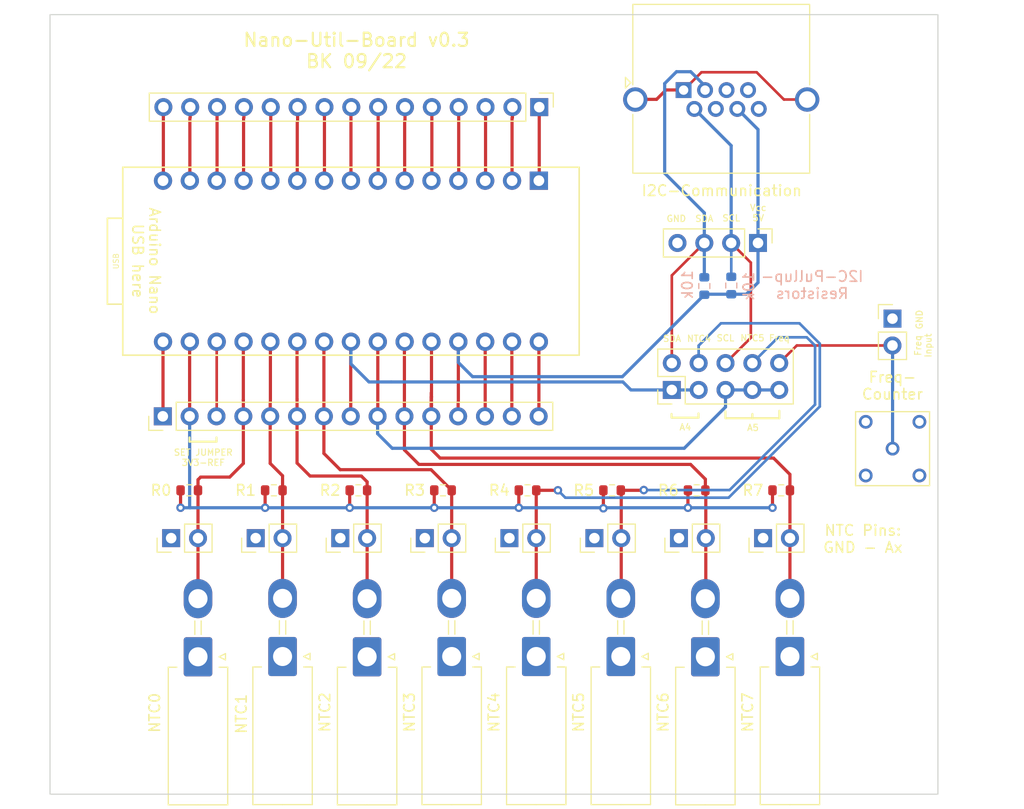
<source format=kicad_pcb>
(kicad_pcb (version 20211014) (generator pcbnew)
  (layers (0 "F.Cu" signal) (31 "B.Cu" signal) (34 "B.Paste" user) (35 "F.Paste" user) (36 "B.SilkS" user "B.Silkscreen") (37 "F.SilkS" user "F.Silkscreen") (38 "B.Mask" user) (39 "F.Mask" user) (44 "Edge.Cuts" user))
  (net 0 "")
  (net 1 "D13")
  (net 2 "3V3_Ard")
  (net 3 "AREF")
  (net 4 "A0")
  (net 5 "A1")
  (net 6 "A2")
  (net 7 "A3")
  (net 8 "A5")
  (net 9 "A6")
  (net 10 "A7")
  (net 11 "5V_Ard")
  (net 12 "TX1")
  (net 13 "RX0")
  (net 14 "RST1")
  (net 15 "D2")
  (net 16 "D3")
  (net 17 "D4")
  (net 18 "D5")
  (net 19 "D6")
  (net 20 "D7")
  (net 21 "D8")
  (net 22 "D9")
  (net 23 "D10")
  (net 24 "D11")
  (net 25 "D12")
  (net 26 "A4")
  (net 27 "RST2")
  (net 28 "Vin_Ard")
  (net 29 "SCL")
  (net 30 "SDA")
  (net 31 "N4")
  (net 32 "N5")
  (net 33 "GND")
  (net 34 "Freq")
  (footprint "MountingHole:MountingHole_4.3mm_M4" (layer "F.Cu") (at 94.75 110)
    (fp_text reference "REF**" hide)
    (fp_text value "MountingHole_4.3mm_M4")
    (pad "" np_thru_hole circle (at 0 0) (size 4.3 4.3) (drill 4.3) (layers *.Cu *.Mask))
  )
  (footprint "Resistor_SMD:R_0603_1608Metric" (layer "F.Cu") (at 135.175 86 180)
    (fp_text reference "R4" (at 2.675 0) (layer "F.SilkS"))
    (fp_text value "10k")
    (pad "1" smd roundrect (at -0.825 0 180) (size 0.8 0.95) (layers "F.Cu" "F.Paste" "F.Mask") (net 31 "N4"))
    (pad "2" smd roundrect (at 0.825 0 180) (size 0.8 0.95) (layers "F.Cu" "F.Paste" "F.Mask") (net 2 "3V3_Ard"))
  )
  (footprint "Resistor_SMD:R_0603_1608Metric" (layer "F.Cu") (at 119.175 86 180)
    (fp_text reference "R2" (at 2.675 0) (layer "F.SilkS"))
    (fp_text value "10k")
    (pad "1" smd roundrect (at -0.825 0 180) (size 0.8 0.95) (layers "F.Cu" "F.Paste" "F.Mask") (net 6 "A2"))
    (pad "2" smd roundrect (at 0.825 0 180) (size 0.8 0.95) (layers "F.Cu" "F.Paste" "F.Mask") (net 2 "3V3_Ard"))
  )
  (footprint "Resistor_SMD:R_0603_1608Metric" (layer "F.Cu") (at 103.175 86 180)
    (fp_text reference "R0" (at 2.675 0) (layer "F.SilkS"))
    (fp_text value "10k")
    (pad "1" smd roundrect (at -0.825 0 180) (size 0.8 0.95) (layers "F.Cu" "F.Paste" "F.Mask") (net 4 "A0"))
    (pad "2" smd roundrect (at 0.825 0 180) (size 0.8 0.95) (layers "F.Cu" "F.Paste" "F.Mask") (net 2 "3V3_Ard"))
  )
  (footprint "Resistor_SMD:R_0603_1608Metric" (layer "F.Cu") (at 127.175 86 180)
    (fp_text reference "R3" (at 2.675 0) (layer "F.SilkS"))
    (fp_text value "10k")
    (pad "1" smd roundrect (at -0.825 0 180) (size 0.8 0.95) (layers "F.Cu" "F.Paste" "F.Mask") (net 7 "A3"))
    (pad "2" smd roundrect (at 0.825 0 180) (size 0.8 0.95) (layers "F.Cu" "F.Paste" "F.Mask") (net 2 "3V3_Ard"))
  )
  (footprint "Connector_PinHeader_2.54mm:PinHeader_1x02_P2.54mm_Vertical" (layer "F.Cu") (at 149.5 90.525 90)
    (fp_text reference "NTC6-Pin0" hide)
    (fp_text value "Pin-Header 01x02")
    (pad "1" thru_hole rect (at 0 0 90) (size 1.7 1.7) (drill 1) (layers *.Cu *.Mask) (net 33 "GND"))
    (pad "2" thru_hole oval (at 0 2.54 90) (size 1.7 1.7) (drill 1) (layers *.Cu *.Mask) (net 9 "A6"))
  )
  (footprint "Connector_RJ:RJ45_Amphenol_RJHSE5380" (layer "F.Cu") (at 149.94 48.14)
    (fp_text reference "J0" hide)
    (fp_text value "8P8C_Shielded")
    (pad "" np_thru_hole circle (at -2.79 -2.54) (size 3.25 3.25) (drill 3.25) (layers *.Cu *.Mask))
    (pad "" np_thru_hole circle (at 9.91 -2.54) (size 3.25 3.25) (drill 3.25) (layers *.Cu *.Mask))
    (pad "1" thru_hole rect (at 0 0) (size 1.5 1.5) (drill 0.89) (layers *.Cu *.Mask) (net 33 "GND"))
    (pad "2" thru_hole circle (at 1.016 1.78) (size 1.5 1.5) (drill 0.89) (layers *.Cu *.Mask) (net 29 "SCL"))
    (pad "3" thru_hole circle (at 2.032 0) (size 1.5 1.5) (drill 0.89) (layers *.Cu *.Mask) (net 30 "SDA"))
    (pad "4" thru_hole circle (at 3.048 1.78) (size 1.5 1.5) (drill 0.89) (layers *.Cu *.Mask))
    (pad "5" thru_hole circle (at 4.064 0) (size 1.5 1.5) (drill 0.89) (layers *.Cu *.Mask))
    (pad "6" thru_hole circle (at 5.08 1.78) (size 1.5 1.5) (drill 0.89) (layers *.Cu *.Mask) (net 11 "5V_Ard"))
    (pad "7" thru_hole circle (at 6.096 0) (size 1.5 1.5) (drill 0.89) (layers *.Cu *.Mask))
    (pad "8" thru_hole circle (at 7.112 1.78) (size 1.5 1.5) (drill 0.89) (layers *.Cu *.Mask))
    (pad "SH" thru_hole circle (at -4.57 0.89) (size 2.3 2.3) (drill 1.57) (layers *.Cu *.Mask) (net 33 "GND"))
    (pad "SH" thru_hole circle (at 11.69 0.89) (size 2.3 2.3) (drill 1.57) (layers *.Cu *.Mask) (net 33 "GND"))
  )
  (footprint "Connector_PinHeader_2.54mm:PinHeader_1x04_P2.54mm_Vertical" (layer "F.Cu") (at 156.98 62.6 -90)
    (fp_text reference "I2C-Pins0" hide)
    (fp_text value "Conn_01x04_Male")
    (pad "1" thru_hole rect (at 0 0 270) (size 1.7 1.7) (drill 1) (layers *.Cu *.Mask) (net 11 "5V_Ard"))
    (pad "2" thru_hole oval (at 0 2.54 270) (size 1.7 1.7) (drill 1) (layers *.Cu *.Mask) (net 29 "SCL"))
    (pad "3" thru_hole oval (at 0 5.08 270) (size 1.7 1.7) (drill 1) (layers *.Cu *.Mask) (net 30 "SDA"))
    (pad "4" thru_hole oval (at 0 7.62 270) (size 1.7 1.7) (drill 1) (layers *.Cu *.Mask) (net 33 "GND"))
  )
  (footprint "Resistor_SMD:R_0603_1608Metric" (layer "F.Cu") (at 111.175 86 180)
    (fp_text reference "R1" (at 2.675 0) (layer "F.SilkS"))
    (fp_text value "10k")
    (pad "1" smd roundrect (at -0.825 0 180) (size 0.8 0.95) (layers "F.Cu" "F.Paste" "F.Mask") (net 5 "A1"))
    (pad "2" smd roundrect (at 0.825 0 180) (size 0.8 0.95) (layers "F.Cu" "F.Paste" "F.Mask") (net 2 "3V3_Ard"))
  )
  (footprint "Connector_PinHeader_2.54mm:PinHeader_1x02_P2.54mm_Vertical" (layer "F.Cu") (at 169.7 69.76)
    (fp_text reference "Freq_Pins0" hide)
    (fp_text value "Conn_01x02")
    (pad "1" thru_hole rect (at 0 0) (size 1.7 1.7) (drill 1) (layers *.Cu *.Mask) (net 33 "GND"))
    (pad "2" thru_hole oval (at 0 2.54) (size 1.7 1.7) (drill 1) (layers *.Cu *.Mask) (net 34 "Freq"))
  )
  (footprint "Connector_PinHeader_2.54mm:PinHeader_1x15_P2.54mm_Vertical" (layer "F.Cu") (at 136.283 49.75 -90)
    (fp_text reference "ArdTopPins0" hide)
    (fp_text value "Conn_01x15_Male")
    (pad "1" thru_hole rect (at 0 0 270) (size 1.7 1.7) (drill 1) (layers *.Cu *.Mask) (net 13 "RX0"))
    (pad "2" thru_hole oval (at 0 2.54 270) (size 1.7 1.7) (drill 1) (layers *.Cu *.Mask) (net 12 "TX1"))
    (pad "3" thru_hole oval (at 0 5.08 270) (size 1.7 1.7) (drill 1) (layers *.Cu *.Mask) (net 14 "RST1"))
    (pad "4" thru_hole oval (at 0 7.62 270) (size 1.7 1.7) (drill 1) (layers *.Cu *.Mask) (net 33 "GND"))
    (pad "5" thru_hole oval (at 0 10.16 270) (size 1.7 1.7) (drill 1) (layers *.Cu *.Mask) (net 15 "D2"))
    (pad "6" thru_hole oval (at 0 12.7 270) (size 1.7 1.7) (drill 1) (layers *.Cu *.Mask) (net 16 "D3"))
    (pad "7" thru_hole oval (at 0 15.24 270) (size 1.7 1.7) (drill 1) (layers *.Cu *.Mask) (net 17 "D4"))
    (pad "8" thru_hole oval (at 0 17.78 270) (size 1.7 1.7) (drill 1) (layers *.Cu *.Mask) (net 18 "D5"))
    (pad "9" thru_hole oval (at 0 20.32 270) (size 1.7 1.7) (drill 1) (layers *.Cu *.Mask) (net 19 "D6"))
    (pad "10" thru_hole oval (at 0 22.86 270) (size 1.7 1.7) (drill 1) (layers *.Cu *.Mask) (net 20 "D7"))
    (pad "11" thru_hole oval (at 0 25.4 270) (size 1.7 1.7) (drill 1) (layers *.Cu *.Mask) (net 21 "D8"))
    (pad "12" thru_hole oval (at 0 27.94 270) (size 1.7 1.7) (drill 1) (layers *.Cu *.Mask) (net 22 "D9"))
    (pad "13" thru_hole oval (at 0 30.48 270) (size 1.7 1.7) (drill 1) (layers *.Cu *.Mask) (net 23 "D10"))
    (pad "14" thru_hole oval (at 0 33.02 270) (size 1.7 1.7) (drill 1) (layers *.Cu *.Mask) (net 24 "D11"))
    (pad "15" thru_hole oval (at 0 35.56 270) (size 1.7 1.7) (drill 1) (layers *.Cu *.Mask) (net 25 "D12"))
  )
  (footprint "Connector_Molex:Molex_Mini-Fit_Jr_5569-02A2_2x01_P4.20mm_Horizontal" (layer "F.Cu") (at 144 101.725 180)
    (fp_text reference "NTC5" (at 4 -5.275 90) (layer "F.SilkS"))
    (fp_text value "Molex01x02")
    (pad "" np_thru_hole circle (at 0 -7.3 180) (size 3 3) (drill 3) (layers *.Cu *.Mask))
    (pad "1" thru_hole roundrect (at 0 0 180) (size 2.7 3.7) (drill 1.8) (layers *.Cu *.Mask) (roundrect_rratio 0.09259296296) (net 33 "GND"))
    (pad "2" thru_hole oval (at 0 5.5 180) (size 2.7 3.7) (drill 1.8) (layers *.Cu *.Mask) (net 32 "N5"))
  )
  (footprint "Resistor_SMD:R_0603_1608Metric" (layer "F.Cu") (at 151.175 86 180)
    (fp_text reference "R6" (at 2.675 0) (layer "F.SilkS"))
    (fp_text value "10k")
    (pad "1" smd roundrect (at -0.825 0 180) (size 0.8 0.95) (layers "F.Cu" "F.Paste" "F.Mask") (net 9 "A6"))
    (pad "2" smd roundrect (at 0.825 0 180) (size 0.8 0.95) (layers "F.Cu" "F.Paste" "F.Mask") (net 2 "3V3_Ard"))
  )
  (footprint "OwnFootprints:EPL.00.250.NTN" (layer "F.Cu") (at 169.71 82.06)
    (fp_text reference "J2" hide)
    (fp_text value "LEMO2")
    (pad "1" thru_hole circle locked (at 0 0) (size 1.3 1.3) (drill 0.8) (layers *.Cu *.Mask) (net 34 "Freq"))
    (pad "GND" thru_hole circle locked (at 2.54 -2.54) (size 1.3 1.3) (drill 0.8) (layers *.Cu *.Mask))
    (pad "S1" thru_hole circle locked (at -2.54 -2.54) (size 1.3 1.3) (drill 0.8) (layers *.Cu *.Mask) (net 33 "GND"))
    (pad "S2" thru_hole circle locked (at -2.54 2.54) (size 1.3 1.3) (drill 0.8) (layers *.Cu *.Mask) (net 33 "GND"))
    (pad "S3" thru_hole circle locked (at 2.54 2.54) (size 1.3 1.3) (drill 0.8) (layers *.Cu *.Mask) (net 33 "GND"))
  )
  (footprint "Connector_PinHeader_2.54mm:PinHeader_1x02_P2.54mm_Vertical" (layer "F.Cu") (at 157.46 90.525 90)
    (fp_text reference "NTC7-Pin0" hide)
    (fp_text value "Pin-Header 01x02")
    (pad "1" thru_hole rect (at 0 0 90) (size 1.7 1.7) (drill 1) (layers *.Cu *.Mask) (net 33 "GND"))
    (pad "2" thru_hole oval (at 0 2.54 90) (size 1.7 1.7) (drill 1) (layers *.Cu *.Mask) (net 10 "A7"))
  )
  (footprint "Shields:Arduino_Nano_Socket" (layer "F.Cu") (at 96.88 64.328 -90)
    (fp_text reference "XA0" hide)
    (fp_text value "Arduino_Nano_Socket")
    (fp_text user "USB" (at 0 0.635 90) (layer "F.SilkS") (effects (font (size 0.5 0.5) (thickness 0.075))))
    (pad "" np_thru_hole circle locked (at -7.62 -1.27 270) (size 1.85 1.85) (drill 1.85) (layers *.Cu *.Mask))
    (pad "" np_thru_hole circle locked (at -7.62 -41.91 270) (size 1.85 1.85) (drill 1.85) (layers *.Cu *.Mask))
    (pad "" np_thru_hole circle locked (at 7.62 -41.91 270) (size 1.85 1.85) (drill 1.85) (layers *.Cu *.Mask))
    (pad "" np_thru_hole circle locked (at 7.62 -1.27 270) (size 1.85 1.85) (drill 1.85) (layers *.Cu *.Mask))
    (pad "3V3" thru_hole circle locked (at 7.62 -6.35 270) (size 1.7272 1.7272) (drill 1.016) (layers *.Cu *.Mask) (net 2 "3V3_Ard"))
    (pad "5V" thru_hole circle locked (at 7.62 -31.75 270) (size 1.7272 1.7272) (drill 1.016) (layers *.Cu *.Mask) (net 11 "5V_Ard"))
    (pad "A0" thru_hole circle locked (at 7.62 -11.43 270) (size 1.7272 1.7272) (drill 1.016) (layers *.Cu *.Mask) (net 4 "A0"))
    (pad "A1" thru_hole circle locked (at 7.62 -13.97 270) (size 1.7272 1.7272) (drill 1.016) (layers *.Cu *.Mask) (net 5 "A1"))
    (pad "A2" thru_hole circle locked (at 7.62 -16.51 270) (size 1.7272 1.7272) (drill 1.016) (layers *.Cu *.Mask) (net 6 "A2"))
    (pad "A3" thru_hole circle locked (at 7.62 -19.05 270) (size 1.7272 1.7272) (drill 1.016) (layers *.Cu *.Mask) (net 7 "A3"))
    (pad "A4" thru_hole circle locked (at 7.62 -21.59 270) (size 1.7272 1.7272) (drill 1.016) (layers *.Cu *.Mask) (net 26 "A4"))
    (pad "A5" thru_hole circle locked (at 7.62 -24.13 270) (size 1.7272 1.7272) (drill 1.016) (layers *.Cu *.Mask) (net 8 "A5"))
    (pad "A6" thru_hole circle locked (at 7.62 -26.67 270) (size 1.7272 1.7272) (drill 1.016) (layers *.Cu *.Mask) (net 9 "A6"))
    (pad "A7" thru_hole circle locked (at 7.62 -29.21 270) (size 1.7272 1.7272) (drill 1.016) (layers *.Cu *.Mask) (net 10 "A7"))
    (pad "AREF" thru_hole circle locked (at 7.62 -8.89 270) (size 1.7272 1.7272) (drill 1.016) (layers *.Cu *.Mask) (net 3 "AREF"))
    (pad "D0" thru_hole circle locked (at -7.62 -36.83 270) (size 1.7272 1.7272) (drill 1.016) (layers *.Cu *.Mask) (net 12 "TX1"))
    (pad "D1" thru_hole rect locked (at -7.62 -39.37 270) (size 1.7272 1.7272) (drill 1.016) (layers *.Cu *.Mask) (net 13 "RX0"))
    (pad "D2" thru_hole circle locked (at -7.62 -29.21 270) (size 1.7272 1.7272) (drill 1.016) (layers *.Cu *.Mask) (net 15 "D2"))
    (pad "D3" thru_hole circle locked (at -7.62 -26.67 270) (size 1.7272 1.7272) (drill 1.016) (layers *.Cu *.Mask) (net 16 "D3"))
    (pad "D4" thru_hole circle locked (at -7.62 -24.13 270) (size 1.7272 1.7272) (drill 1.016) (layers *.Cu *.Mask) (net 17 "D4"))
    (pad "D5" thru_hole circle locked (at -7.62 -21.59 270) (size 1.7272 1.7272) (drill 1.016) (layers *.Cu *.Mask) (net 18 "D5"))
    (pad "D6" thru_hole circle locked (at -7.62 -19.05 270) (size 1.7272 1.7272) (drill 1.016) (layers *.Cu *.Mask) (net 19 "D6"))
    (pad "D7" thru_hole circle locked (at -7.62 -16.51 270) (size 1.7272 1.7272) (drill 1.016) (layers *.Cu *.Mask) (net 20 "D7"))
    (pad "D8" thru_hole circle locked (at -7.62 -13.97 270) (size 1.7272 1.7272) (drill 1.016) (layers *.Cu *.Mask) (net 21 "D8"))
    (pad "D9" thru_hole circle locked (at -7.62 -11.43 270) (size 1.7272 1.7272) (drill 1.016) (layers *.Cu *.Mask) (net 22 "D9"))
    (pad "D10" thru_hole circle locked (at -7.62 -8.89 270) (size 1.7272 1.7272) (drill 1.016) (layers *.Cu *.Mask) (net 23 "D10"))
    (pad "D11" thru_hole circle locked (at -7.62 -6.35 270) (size 1.7272 1.7272) (drill 1.016) (layers *.Cu *.Mask) (net 24 "D11"))
    (pad "D12" thru_hole circle locked (at -7.62 -3.81 270) (size 1.7272 1.7272) (drill 1.016) (layers *.Cu *.Mask) (net 25 "D12"))
    (pad "D13" thru_hole circle locked (at 7.62 -3.81 270) (size 1.7272 1.7272) (drill 1.016) (layers *.Cu *.Mask) (net 1 "D13"))
    (pad "GND1" thru_hole circle locked (at -7.62 -31.75 270) (size 1.7272 1.7272) (drill 1.016) (layers *.Cu *.Mask) (net 33 "GND"))
    (pad "GND2" thru_hole circle locked (at 7.62 -36.83 270) (size 1.7272 1.7272) (drill 1.016) (layers *.Cu *.Mask) (net 33 "GND"))
    (pad "RST1" thru_hole circle locked (at -7.62 -34.29 270) (size 1.7272 1.7272) (drill 1.016) (layers *.Cu *.Mask) (net 14 "RST1"))
    (pad "RST2" thru_hole circle locked (at 7.62 -34.29 270) (size 1.7272 1.7272) (drill 1.016) (layers *.Cu *.Mask) (net 27 "RST2"))
    (pad "VIN" thru_hole circle locked (at 7.62 -39.37 270) (size 1.7272 1.7272) (drill 1.016) (layers *.Cu *.Mask) (net 28 "Vin_Ard"))
  )
  (footprint "Connector_Molex:Molex_Mini-Fit_Jr_5569-02A2_2x01_P4.20mm_Horizontal" (layer "F.Cu") (at 104 101.75 180)
    (fp_text reference "NTC0" (at 4.1 -5.3 90) (layer "F.SilkS"))
    (fp_text value "Molex01x02")
    (pad "" np_thru_hole circle (at 0 -7.3 180) (size 3 3) (drill 3) (layers *.Cu *.Mask))
    (pad "1" thru_hole roundrect (at 0 0 180) (size 2.7 3.7) (drill 1.8) (layers *.Cu *.Mask) (roundrect_rratio 0.09259296296) (net 33 "GND"))
    (pad "2" thru_hole oval (at 0 5.5 180) (size 2.7 3.7) (drill 1.8) (layers *.Cu *.Mask) (net 4 "A0"))
  )
  (footprint "MountingHole:MountingHole_4.3mm_M4" (layer "F.Cu") (at 94.75 45.75)
    (fp_text reference "REF**" hide)
    (fp_text value "MountingHole_4.3mm_M4")
    (pad "" np_thru_hole circle (at 0 0) (size 4.3 4.3) (drill 4.3) (layers *.Cu *.Mask))
  )
  (footprint "Connector_PinHeader_2.54mm:PinHeader_1x02_P2.54mm_Vertical" (layer "F.Cu") (at 125.46 90.525 90)
    (fp_text reference "NTC3-Pin0" hide)
    (fp_text value "Pin-Header 01x02")
    (pad "1" thru_hole rect (at 0 0 90) (size 1.7 1.7) (drill 1) (layers *.Cu *.Mask) (net 33 "GND"))
    (pad "2" thru_hole oval (at 0 2.54 90) (size 1.7 1.7) (drill 1) (layers *.Cu *.Mask) (net 7 "A3"))
  )
  (footprint "Resistor_SMD:R_0603_1608Metric" (layer "F.Cu") (at 143.175 86 180)
    (fp_text reference "R5" (at 2.675 0) (layer "F.SilkS"))
    (fp_text value "10k")
    (pad "1" smd roundrect (at -0.825 0 180) (size 0.8 0.95) (layers "F.Cu" "F.Paste" "F.Mask") (net 32 "N5"))
    (pad "2" smd roundrect (at 0.825 0 180) (size 0.8 0.95) (layers "F.Cu" "F.Paste" "F.Mask") (net 2 "3V3_Ard"))
  )
  (footprint "Connector_PinHeader_2.54mm:PinHeader_2x05_P2.54mm_Vertical" (layer "F.Cu") (at 148.825 76.505 90)
    (fp_text reference "J1" hide)
    (fp_text value "Conn_02x05_Odd_Even")
    (pad "1" thru_hole rect (at 0 0 90) (size 1.7 1.7) (drill 1) (layers *.Cu *.Mask) (net 26 "A4"))
    (pad "2" thru_hole oval (at 2.54 0 90) (size 1.7 1.7) (drill 1) (layers *.Cu *.Mask) (net 30 "SDA"))
    (pad "3" thru_hole oval (at 0 2.54 90) (size 1.7 1.7) (drill 1) (layers *.Cu *.Mask) (net 26 "A4"))
    (pad "4" thru_hole oval (at 2.54 2.54 90) (size 1.7 1.7) (drill 1) (layers *.Cu *.Mask) (net 31 "N4"))
    (pad "5" thru_hole oval (at 0 5.08 90) (size 1.7 1.7) (drill 1) (layers *.Cu *.Mask) (net 8 "A5"))
    (pad "6" thru_hole oval (at 2.54 5.08 90) (size 1.7 1.7) (drill 1) (layers *.Cu *.Mask) (net 29 "SCL"))
    (pad "7" thru_hole oval (at 0 7.62 90) (size 1.7 1.7) (drill 1) (layers *.Cu *.Mask) (net 8 "A5"))
    (pad "8" thru_hole oval (at 2.54 7.62 90) (size 1.7 1.7) (drill 1) (layers *.Cu *.Mask) (net 32 "N5"))
    (pad "9" thru_hole oval (at 0 10.16 90) (size 1.7 1.7) (drill 1) (layers *.Cu *.Mask) (net 8 "A5"))
    (pad "10" thru_hole oval (at 2.54 10.16 90) (size 1.7 1.7) (drill 1) (layers *.Cu *.Mask) (net 34 "Freq"))
  )
  (footprint "Connector_Molex:Molex_Mini-Fit_Jr_5569-02A2_2x01_P4.20mm_Horizontal" (layer "F.Cu") (at 152 101.75 180)
    (fp_text reference "NTC6" (at 4 -5.25 90) (layer "F.SilkS"))
    (fp_text value "Molex01x02")
    (pad "" np_thru_hole circle (at 0 -7.3 180) (size 3 3) (drill 3) (layers *.Cu *.Mask))
    (pad "1" thru_hole roundrect (at 0 0 180) (size 2.7 3.7) (drill 1.8) (layers *.Cu *.Mask) (roundrect_rratio 0.09259296296) (net 33 "GND"))
    (pad "2" thru_hole oval (at 0 5.5 180) (size 2.7 3.7) (drill 1.8) (layers *.Cu *.Mask) (net 9 "A6"))
  )
  (footprint "MountingHole:MountingHole_4.3mm_M4" (layer "F.Cu") (at 169.25 45.75)
    (fp_text reference "REF**" hide)
    (fp_text value "MountingHole_4.3mm_M4")
    (pad "" np_thru_hole circle (at 0 0) (size 4.3 4.3) (drill 4.3) (layers *.Cu *.Mask))
  )
  (footprint "MountingHole:MountingHole_4.3mm_M4" (layer "F.Cu") (at 169.25 110)
    (fp_text reference "REF**" hide)
    (fp_text value "MountingHole_4.3mm_M4")
    (pad "" np_thru_hole circle (at 0 0) (size 4.3 4.3) (drill 4.3) (layers *.Cu *.Mask))
  )
  (footprint "Connector_Molex:Molex_Mini-Fit_Jr_5569-02A2_2x01_P4.20mm_Horizontal" (layer "F.Cu") (at 136 101.725 180)
    (fp_text reference "NTC4" (at 4 -5.275 90) (layer "F.SilkS"))
    (fp_text value "Molex01x02")
    (pad "" np_thru_hole circle (at 0 -7.3 180) (size 3 3) (drill 3) (layers *.Cu *.Mask))
    (pad "1" thru_hole roundrect (at 0 0 180) (size 2.7 3.7) (drill 1.8) (layers *.Cu *.Mask) (roundrect_rratio 0.09259296296) (net 33 "GND"))
    (pad "2" thru_hole oval (at 0 5.5 180) (size 2.7 3.7) (drill 1.8) (layers *.Cu *.Mask) (net 31 "N4"))
  )
  (footprint "Connector_Molex:Molex_Mini-Fit_Jr_5569-02A2_2x01_P4.20mm_Horizontal" (layer "F.Cu") (at 120 101.75 180)
    (fp_text reference "NTC2" (at 4 -5.25 90) (layer "F.SilkS"))
    (fp_text value "Molex01x02")
    (pad "" np_thru_hole circle (at 0 -7.3 180) (size 3 3) (drill 3) (layers *.Cu *.Mask))
    (pad "1" thru_hole roundrect (at 0 0 180) (size 2.7 3.7) (drill 1.8) (layers *.Cu *.Mask) (roundrect_rratio 0.09259296296) (net 33 "GND"))
    (pad "2" thru_hole oval (at 0 5.5 180) (size 2.7 3.7) (drill 1.8) (layers *.Cu *.Mask) (net 6 "A2"))
  )
  (footprint "Connector_Molex:Molex_Mini-Fit_Jr_5569-02A2_2x01_P4.20mm_Horizontal" (layer "F.Cu") (at 128 101.725 180)
    (fp_text reference "NTC3" (at 4 -5.275 90) (layer "F.SilkS"))
    (fp_text value "Molex01x02")
    (pad "" np_thru_hole circle (at 0 -7.3 180) (size 3 3) (drill 3) (layers *.Cu *.Mask))
    (pad "1" thru_hole roundrect (at 0 0 180) (size 2.7 3.7) (drill 1.8) (layers *.Cu *.Mask) (roundrect_rratio 0.09259296296) (net 33 "GND"))
    (pad "2" thru_hole oval (at 0 5.5 180) (size 2.7 3.7) (drill 1.8) (layers *.Cu *.Mask) (net 7 "A3"))
  )
  (footprint "Connector_Molex:Molex_Mini-Fit_Jr_5569-02A2_2x01_P4.20mm_Horizontal" (layer "F.Cu") (at 160 101.725 180)
    (fp_text reference "NTC7" (at 4 -5.275 90) (layer "F.SilkS"))
    (fp_text value "Molex01x02")
    (pad "" np_thru_hole circle (at 0 -7.3 180) (size 3 3) (drill 3) (layers *.Cu *.Mask))
    (pad "1" thru_hole roundrect (at 0 0 180) (size 2.7 3.7) (drill 1.8) (layers *.Cu *.Mask) (roundrect_rratio 0.09259296296) (net 33 "GND"))
    (pad "2" thru_hole oval (at 0 5.5 180) (size 2.7 3.7) (drill 1.8) (layers *.Cu *.Mask) (net 10 "A7"))
  )
  (footprint "Connector_Molex:Molex_Mini-Fit_Jr_5569-02A2_2x01_P4.20mm_Horizontal" (layer "F.Cu") (at 112 101.725 180)
    (fp_text reference "NTC1" (at 3.9 -5.425 90) (layer "F.SilkS"))
    (fp_text value "Molex01x02")
    (pad "" np_thru_hole circle (at 0 -7.3 180) (size 3 3) (drill 3) (layers *.Cu *.Mask))
    (pad "1" thru_hole roundrect (at 0 0 180) (size 2.7 3.7) (drill 1.8) (layers *.Cu *.Mask) (roundrect_rratio 0.09259296296) (net 33 "GND"))
    (pad "2" thru_hole oval (at 0 5.5 180) (size 2.7 3.7) (drill 1.8) (layers *.Cu *.Mask) (net 5 "A1"))
  )
  (footprint "Connector_PinHeader_2.54mm:PinHeader_1x02_P2.54mm_Vertical" (layer "F.Cu") (at 141.5 90.525 90)
    (fp_text reference "NTC5-Pin0" hide)
    (fp_text value "Pin-Header 01x02")
    (pad "1" thru_hole rect (at 0 0 90) (size 1.7 1.7) (drill 1) (layers *.Cu *.Mask) (net 33 "GND"))
    (pad "2" thru_hole oval (at 0 2.54 90) (size 1.7 1.7) (drill 1) (layers *.Cu *.Mask) (net 32 "N5"))
  )
  (footprint "Connector_PinHeader_2.54mm:PinHeader_1x02_P2.54mm_Vertical" (layer "F.Cu") (at 101.46 90.525 90)
    (fp_text reference "NTC0-Pin0" hide)
    (fp_text value "Pin-Header 01x02")
    (pad "1" thru_hole rect (at 0 0 90) (size 1.7 1.7) (drill 1) (layers *.Cu *.Mask) (net 33 "GND"))
    (pad "2" thru_hole oval (at 0 2.54 90) (size 1.7 1.7) (drill 1) (layers *.Cu *.Mask) (net 4 "A0"))
  )
  (footprint "Resistor_SMD:R_0603_1608Metric" (layer "F.Cu") (at 159.175 86 180)
    (fp_text reference "R7" (at 2.675 0) (layer "F.SilkS"))
    (fp_text value "10k")
    (pad "1" smd roundrect (at -0.825 0 180) (size 0.8 0.95) (layers "F.Cu" "F.Paste" "F.Mask") (net 10 "A7"))
    (pad "2" smd roundrect (at 0.825 0 180) (size 0.8 0.95) (layers "F.Cu" "F.Paste" "F.Mask") (net 2 "3V3_Ard"))
  )
  (footprint "Connector_PinHeader_2.54mm:PinHeader_1x02_P2.54mm_Vertical" (layer "F.Cu") (at 133.46 90.525 90)
    (fp_text reference "NTC4-Pin0" hide)
    (fp_text value "Pin-Header 01x02")
    (pad "1" thru_hole rect (at 0 0 90) (size 1.7 1.7) (drill 1) (layers *.Cu *.Mask) (net 33 "GND"))
    (pad "2" thru_hole oval (at 0 2.54 90) (size 1.7 1.7) (drill 1) (layers *.Cu *.Mask) (net 31 "N4"))
  )
  (footprint "Connector_PinHeader_2.54mm:PinHeader_1x02_P2.54mm_Vertical" (layer "F.Cu") (at 109.46 90.525 90)
    (fp_text reference "NTC1-Pin0" hide)
    (fp_text value "Pin-Header 01x02")
    (pad "1" thru_hole rect (at 0 0 90) (size 1.7 1.7) (drill 1) (layers *.Cu *.Mask) (net 33 "GND"))
    (pad "2" thru_hole oval (at 0 2.54 90) (size 1.7 1.7) (drill 1) (layers *.Cu *.Mask) (net 5 "A1"))
  )
  (footprint "Connector_PinHeader_2.54mm:PinHeader_1x15_P2.54mm_Vertical" (layer "F.Cu") (at 100.67 79 90)
    (fp_text reference "ArdNanoBotPins0" hide)
    (fp_text value "01x15_Male")
    (pad "1" thru_hole rect (at 0 0 90) (size 1.7 1.7) (drill 1) (layers *.Cu *.Mask) (net 1 "D13"))
    (pad "2" thru_hole oval (at 0 2.54 90) (size 1.7 1.7) (drill 1) (layers *.Cu *.Mask) (net 2 "3V3_Ard"))
    (pad "3" thru_hole oval (at 0 5.08 90) (size 1.7 1.7) (drill 1) (layers *.Cu *.Mask) (net 3 "AREF"))
    (pad "4" thru_hole oval (at 0 7.62 90) (size 1.7 1.7) (drill 1) (layers *.Cu *.Mask) (net 4 "A0"))
    (pad "5" thru_hole oval (at 0 10.16 90) (size 1.7 1.7) (drill 1) (layers *.Cu *.Mask) (net 5 "A1"))
    (pad "6" thru_hole oval (at 0 12.7 90) (size 1.7 1.7) (drill 1) (layers *.Cu *.Mask) (net 6 "A2"))
    (pad "7" thru_hole oval (at 0 15.24 90) (size 1.7 1.7) (drill 1) (layers *.Cu *.Mask) (net 7 "A3"))
    (pad "8" thru_hole oval (at 0 17.78 90) (size 1.7 1.7) (drill 1) (layers *.Cu *.Mask) (net 26 "A4"))
    (pad "9" thru_hole oval (at 0 20.32 90) (size 1.7 1.7) (drill 1) (layers *.Cu *.Mask) (net 8 "A5"))
    (pad "10" thru_hole oval (at 0 22.86 90) (size 1.7 1.7) (drill 1) (layers *.Cu *.Mask) (net 9 "A6"))
    (pad "11" thru_hole oval (at 0 25.4 90) (size 1.7 1.7) (drill 1) (layers *.Cu *.Mask) (net 10 "A7"))
    (pad "12" thru_hole oval (at 0 27.94 90) (size 1.7 1.7) (drill 1) (layers *.Cu *.Mask) (net 11 "5V_Ard"))
    (pad "13" thru_hole oval (at 0 30.48 90) (size 1.7 1.7) (drill 1) (layers *.Cu *.Mask) (net 27 "RST2"))
    (pad "14" thru_hole oval (at 0 33.02 90) (size 1.7 1.7) (drill 1) (layers *.Cu *.Mask) (net 33 "GND"))
    (pad "15" thru_hole oval (at 0 35.56 90) (size 1.7 1.7) (drill 1) (layers *.Cu *.Mask) (net 28 "Vin_Ard"))
  )
  (footprint "Connector_PinHeader_2.54mm:PinHeader_1x02_P2.54mm_Vertical" (layer "F.Cu") (at 117.46 90.525 90)
    (fp_text reference "NTC2-Pin0" hide)
    (fp_text value "Pin-Header 01x02")
    (pad "1" thru_hole rect (at 0 0 90) (size 1.7 1.7) (drill 1) (layers *.Cu *.Mask) (net 33 "GND"))
    (pad "2" thru_hole oval (at 0 2.54 90) (size 1.7 1.7) (drill 1) (layers *.Cu *.Mask) (net 6 "A2"))
  )
  (footprint "Resistor_SMD:R_0603_1608Metric" (layer "B.Cu") (at 151.9 66.675 90)
    (fp_text reference "R_Pullup0" hide)
    (fp_text value "10k" (at 0.125 -1.6 90) (layer "B.SilkS") (effects (justify mirror)))
    (pad "1" smd roundrect (at -0.825 0 90) (size 0.8 0.95) (layers "B.Cu" "B.Paste" "B.Mask") (net 11 "5V_Ard"))
    (pad "2" smd roundrect (at 0.825 0 90) (size 0.8 0.95) (layers "B.Cu" "B.Paste" "B.Mask") (net 30 "SDA"))
  )
  (footprint "Resistor_SMD:R_0603_1608Metric" (layer "B.Cu") (at 154.45 66.625 90)
    (fp_text reference "R_Pullup1" hide)
    (fp_text value "10k" (at -0.075 1.65 90) (layer "B.SilkS") (effects (justify mirror)))
    (pad "1" smd roundrect (at -0.825 0 90) (size 0.8 0.95) (layers "B.Cu" "B.Paste" "B.Mask") (net 11 "5V_Ard"))
    (pad "2" smd roundrect (at 0.825 0 90) (size 0.8 0.95) (layers "B.Cu" "B.Paste" "B.Mask") (net 29 "SCL"))
  )
  (gr_line (start 156.5 79.18) (end 159 79.18) (layer "F.SilkS") (width 0.2))
  (gr_line (start 103.2 81) (end 103.2 81.4) (layer "F.SilkS") (width 0.2))
  (gr_line (start 153.9 78.53) (end 153.9 79.18) (layer "F.SilkS") (width 0.2))
  (gr_line (start 148.8 78.78) (end 148.8 79.13) (layer "F.SilkS") (width 0.2))
  (gr_line (start 156.45 79.18) (end 156.45 78.78) (layer "F.SilkS") (width 0.2))
  (gr_line (start 156.45 78.83) (end 156.45 79.18) (layer "F.SilkS") (width 0.2))
  (gr_line (start 105.75 81.4) (end 105.75 81) (layer "F.SilkS") (width 0.2))
  (gr_line (start 148.85 79.13) (end 151.35 79.13) (layer "F.SilkS") (width 0.2))
  (gr_line (start 151.35 79.13) (end 151.35 78.73) (layer "F.SilkS") (width 0.2))
  (gr_line (start 159 79.18) (end 159 78.48) (layer "F.SilkS") (width 0.2))
  (gr_line (start 103.2 81.4) (end 105.75 81.4) (layer "F.SilkS") (width 0.2))
  (gr_line (start 153.95 79.18) (end 156.45 79.18) (layer "F.SilkS") (width 0.2))
  (gr_rect (start 90 41) (end 174 114.75) (layer "Edge.Cuts") (width 0.1) (fill none))
  (gr_text "I2C-Pullup-\nResistors" (at 162.1 66.575) (layer "B.SilkS") (effects (font (size 1 1)) (justify mirror)))
  (gr_text "Freq-\nCounter" (at 169.7 76.1) (layer "F.SilkS") (effects (font (size 1 1))))
  (gr_text "Vcc\n5V" (at 157 59.75) (layer "F.SilkS") (effects (font (size 0.6 0.6) (thickness 0.1))))
  (gr_text "SET JUMPER\n3V3-REF" (at 104.5 82.9) (layer "F.SilkS") (effects (font (size 0.6 0.6) (thickness 0.1))))
  (gr_text "SCL" (at 153.9 71.6) (layer "F.SilkS") (effects (font (size 0.6 0.6) (thickness 0.1))))
  (gr_text "I2C-Communication" (at 153.55 57.65) (layer "F.SilkS") (effects (font (size 1 1))))
  (gr_text "Nano-Util-Board v0.3\nBK 09/22" (at 119 44.4) (layer "F.SilkS") (effects (font (size 1.25 1.25) (thickness 0.2))))
  (gr_text "Freq\nInput" (at 172.6 72.3 90) (layer "F.SilkS") (effects (font (size 0.6 0.6) (thickness 0.1))))
  (gr_text "SCL" (at 154.45 60.25) (layer "F.SilkS") (effects (font (size 0.6 0.6) (thickness 0.1))))
  (gr_text "SDA" (at 151.9 60.3) (layer "F.SilkS") (effects (font (size 0.6 0.6) (thickness 0.1))))
  (gr_text "GND" (at 172.25 69.85 90) (layer "F.SilkS") (effects (font (size 0.6 0.6) (thickness 0.1))))
  (gr_text "NTC5" (at 156.45 71.6) (layer "F.SilkS") (effects (font (size 0.6 0.6) (thickness 0.1))))
  (gr_text "Freq" (at 159 71.6) (layer "F.SilkS") (effects (font (size 0.6 0.6) (thickness 0.1))))
  (gr_text "A4" (at 150.1 80.03) (layer "F.SilkS") (effects (font (size 0.6 0.6) (thickness 0.1))))
  (gr_text "A5" (at 156.5 80.08) (layer "F.SilkS") (effects (font (size 0.6 0.6) (thickness 0.1))))
  (gr_text "NTC Pins:\nGND - Ax" (at 166.9 90.6) (layer "F.SilkS") (effects (font (size 1 1))))
  (gr_text "SDA" (at 148.85 71.65) (layer "F.SilkS") (effects (font (size 0.6 0.6) (thickness 0.1))))
  (gr_text "NTC4" (at 151.4 71.65) (layer "F.SilkS") (effects (font (size 0.6 0.6) (thickness 0.1))))
  (gr_text "GND" (at 149.25 60.3) (layer "F.SilkS") (effects (font (size 0.6 0.6) (thickness 0.1))))
  (gr_text "Arduino Nano\nUSB here" (at 99.1 64.3 270) (layer "F.SilkS") (effects (font (size 1 1))))
  (segment (start 100.69 71.948) (end 100.69 78.98) (width 0.3) (layer "F.Cu") (net 1))
  (segment (start 110.35 86) (end 110.35 87.65) (width 0.3) (layer "F.Cu") (net 2))
  (segment (start 158.35 86) (end 158.35 87.65) (width 0.3) (layer "F.Cu") (net 2))
  (segment (start 134.35 87.65) (end 134.35 86) (width 0.3) (layer "F.Cu") (net 2))
  (segment (start 102.35 86) (end 102.35 87.65) (width 0.3) (layer "F.Cu") (net 2))
  (segment (start 142.35 86) (end 142.35 87.7) (width 0.3) (layer "F.Cu") (net 2))
  (segment (start 150.35 86) (end 150.35 87.65) (width 0.3) (layer "F.Cu") (net 2))
  (segment (start 126.35 86) (end 126.35 87.65) (width 0.3) (layer "F.Cu") (net 2))
  (segment (start 118.35 86) (end 118.35 87.65) (width 0.3) (layer "F.Cu") (net 2))
  (segment (start 103.208 77.542) (end 103.208 71.97) (width 0.3) (layer "F.Cu") (net 2))
  (segment (start 103.21 77.544) (end 103.208 77.542) (width 0.3) (layer "F.Cu") (net 2))
  (segment (start 103.21 77.544) (end 103.21 79) (width 0.3) (layer "F.Cu") (net 2))
  (via (at 142.35 87.7) (size 0.8) (drill 0.4) (layers "F.Cu" "B.Cu") (net 2))
  (via (at 110.35 87.65) (size 0.8) (drill 0.4) (layers "F.Cu" "B.Cu") (net 2))
  (via (at 134.35 87.65) (size 0.8) (drill 0.4) (layers "F.Cu" "B.Cu") (net 2))
  (via (at 158.35 87.65) (size 0.8) (drill 0.4) (layers "F.Cu" "B.Cu") (net 2))
  (via (at 150.35 87.65) (size 0.8) (drill 0.4) (layers "F.Cu" "B.Cu") (net 2))
  (via (at 126.35 87.65) (size 0.8) (drill 0.4) (layers "F.Cu" "B.Cu") (net 2))
  (via (at 118.35 87.65) (size 0.8) (drill 0.4) (layers "F.Cu" "B.Cu") (net 2))
  (via (at 102.35 87.65) (size 0.8) (drill 0.4) (layers "F.Cu" "B.Cu") (net 2))
  (segment (start 118.4 87.65) (end 126.4 87.65) (width 0.3) (layer "B.Cu") (net 2))
  (segment (start 102.35 87.65) (end 103.25 87.65) (width 0.3) (layer "B.Cu") (net 2))
  (segment (start 150.35 87.65) (end 158.35 87.65) (width 0.3) (layer "B.Cu") (net 2))
  (segment (start 103.25 87.65) (end 110.35 87.65) (width 0.3) (layer "B.Cu") (net 2))
  (segment (start 103.21 79) (end 103.21 87.61) (width 0.3) (layer "B.Cu") (net 2))
  (segment (start 103.21 87.61) (end 103.25 87.65) (width 0.3) (layer "B.Cu") (net 2))
  (segment (start 126.4 87.65) (end 134.5 87.65) (width 0.3) (layer "B.Cu") (net 2))
  (segment (start 110.35 87.65) (end 118.4 87.65) (width 0.3) (layer "B.Cu") (net 2))
  (segment (start 134.5 87.65) (end 142.45 87.65) (width 0.3) (layer "B.Cu") (net 2))
  (segment (start 142.45 87.65) (end 150.35 87.65) (width 0.3) (layer "B.Cu") (net 2))
  (segment (start 105.77 78.98) (end 105.75 79) (width 0.25) (layer "F.Cu") (net 3))
  (segment (start 105.77 71.948) (end 105.77 78.98) (width 0.25) (layer "F.Cu") (net 3))
  (segment (start 104 86.525) (end 104 90.525) (width 0.3) (layer "F.Cu") (net 4))
  (segment (start 108.29 77.464) (end 108.29 79) (width 0.3) (layer "F.Cu") (net 4))
  (segment (start 108.29 83.46) (end 108.29 79) (width 0.3) (layer "F.Cu") (net 4))
  (segment (start 107 84.75) (end 108.29 83.46) (width 0.3) (layer "F.Cu") (net 4))
  (segment (start 108.288 77.462) (end 108.288 71.97) (width 0.3) (layer "F.Cu") (net 4))
  (segment (start 104 90.525) (end 104 96.25) (width 0.3) (layer "F.Cu") (net 4))
  (segment (start 104 85) (end 104.25 84.75) (width 0.3) (layer "F.Cu") (net 4))
  (segment (start 104.25 84.75) (end 107 84.75) (width 0.3) (layer "F.Cu") (net 4))
  (segment (start 108.288 77.462) (end 108.29 77.464) (width 0.3) (layer "F.Cu") (net 4))
  (segment (start 104 86) (end 104 85) (width 0.3) (layer "F.Cu") (net 4))
  (segment (start 110.83 77.67) (end 110.85 77.65) (width 0.3) (layer "F.Cu") (net 5))
  (segment (start 112 86) (end 112 90.525) (width 0.3) (layer "F.Cu") (net 5))
  (segment (start 110.83 79) (end 110.83 83.455) (width 0.3) (layer "F.Cu") (net 5))
  (segment (start 110.83 79) (end 110.83 77.67) (width 0.3) (layer "F.Cu") (net 5))
  (segment (start 110.85 71.948) (end 110.85 77.65) (width 0.3) (layer "F.Cu") (net 5))
  (segment (start 112 90.525) (end 112 96.225) (width 0.3) (layer "F.Cu") (net 5))
  (segment (start 112 84.625) (end 112 86) (width 0.3) (layer "F.Cu") (net 5))
  (segment (start 110.83 83.455) (end 112 84.625) (width 0.3) (layer "F.Cu") (net 5))
  (segment (start 113.37 77.37) (end 113.37 79) (width 0.3) (layer "F.Cu") (net 6))
  (segment (start 120 85.2) (end 120 86) (width 0.3) (layer "F.Cu") (net 6))
  (segment (start 120 90.525) (end 120 96.25) (width 0.3) (layer "F.Cu") (net 6))
  (segment (start 113.37 79) (end 113.37 83.42) (width 0.3) (layer "F.Cu") (net 6))
  (segment (start 113.37 83.42) (end 114.6 84.65) (width 0.3) (layer "F.Cu") (net 6))
  (segment (start 120 90.525) (end 120 86) (width 0.3) (layer "F.Cu") (net 6))
  (segment (start 113.368 77.368) (end 113.37 77.37) (width 0.3) (layer "F.Cu") (net 6))
  (segment (start 113.368 77.368) (end 113.368 71.97) (width 0.3) (layer "F.Cu") (net 6))
  (segment (start 114.6 84.65) (end 119.45 84.65) (width 0.3) (layer "F.Cu") (net 6))
  (segment (start 119.45 84.65) (end 120 85.2) (width 0.3) (layer "F.Cu") (net 6))
  (segment (start 128 86) (end 128 90.525) (width 0.3) (layer "F.Cu") (net 7))
  (segment (start 126.05048 84.05048) (end 128 86) (width 0.3) (layer "F.Cu") (net 7))
  (segment (start 115.91 79) (end 115.91 82.51) (width 0.3) (layer "F.Cu") (net 7))
  (segment (start 128 90.525) (end 128 96.225) (width 0.3) (layer "F.Cu") (net 7))
  (segment (start 115.91 79) (end 115.91 71.968) (width 0.3) (layer "F.Cu") (net 7))
  (segment (start 115.91 82.51) (end 117.45048 84.05048) (width 0.3) (layer "F.Cu") (net 7))
  (segment (start 117.45048 84.05048) (end 126.05048 84.05048) (width 0.3) (layer "F.Cu") (net 7))
  (segment (start 121.01 71.948) (end 121.01 78.98) (width 0.3) (layer "F.Cu") (net 8))
  (segment (start 150 82.025) (end 153.905 78.12) (width 0.3) (layer "B.Cu") (net 8))
  (segment (start 156.445 76.505) (end 153.905 76.505) (width 0.3) (layer "B.Cu") (net 8))
  (segment (start 158.985 76.505) (end 156.445 76.505) (width 0.3) (layer "B.Cu") (net 8))
  (segment (start 122.375 82.025) (end 150 82.025) (width 0.3) (layer "B.Cu") (net 8))
  (segment (start 120.99 79) (end 120.99 80.64) (width 0.3) (layer "B.Cu") (net 8))
  (segment (start 120.99 80.64) (end 122.375 82.025) (width 0.3) (layer "B.Cu") (net 8))
  (segment (start 153.905 78.12) (end 153.905 76.505) (width 0.3) (layer "B.Cu") (net 8))
  (segment (start 123.528 71.97) (end 123.528 77.778) (width 0.3) (layer "F.Cu") (net 9))
  (segment (start 150.60096 83.55096) (end 152 84.95) (width 0.3) (layer "F.Cu") (net 9))
  (segment (start 152.04 90.525) (end 152.04 96.21) (width 0.3) (layer "F.Cu") (net 9))
  (segment (start 152 84.95) (end 152 86) (width 0.3) (layer "F.Cu") (net 9))
  (segment (start 123.53 82.18) (end 124.90096 83.55096) (width 0.3) (layer "F.Cu") (net 9))
  (segment (start 123.528 77.778) (end 123.53 77.78) (width 0.3) (layer "F.Cu") (net 9))
  (segment (start 124.90096 83.55096) (end 150.60096 83.55096) (width 0.3) (layer "F.Cu") (net 9))
  (segment (start 123.53 79) (end 123.53 82.18) (width 0.3) (layer "F.Cu") (net 9))
  (segment (start 152.04 90.525) (end 152.04 86.04) (width 0.3) (layer "F.Cu") (net 9))
  (segment (start 123.53 77.78) (end 123.53 79) (width 0.3) (layer "F.Cu") (net 9))
  (segment (start 158.45144 82.95144) (end 160 84.5) (width 0.3) (layer "F.Cu") (net 10))
  (segment (start 126.07 79) (end 126.07 77.18) (width 0.3) (layer "F.Cu") (net 10))
  (segment (start 160 90.525) (end 160 86) (width 0.3) (layer "F.Cu") (net 10))
  (segment (start 126.07 79) (end 126.07 82.12) (width 0.3) (layer "F.Cu") (net 10))
  (segment (start 126.07 77.18) (end 126.09 77.16) (width 0.3) (layer "F.Cu") (net 10))
  (segment (start 126.09 77.16) (end 126.09 78.98) (width 0.3) (layer "F.Cu") (net 10))
  (segment (start 160 90.525) (end 160 96.225) (width 0.3) (layer "F.Cu") (net 10))
  (segment (start 126.068 76.772) (end 126.068 78.432) (width 0.3) (layer "F.Cu") (net 10))
  (segment (start 126.07 82.12) (end 126.90144 82.95144) (width 0.3) (layer "F.Cu") (net 10))
  (segment (start 126.09 71.948) (end 126.09 77.16) (width 0.3) (layer "F.Cu") (net 10))
  (segment (start 126.09 77.978) (end 126.068 78) (width 0.3) (layer "F.Cu") (net 10))
  (segment (start 126.90144 82.95144) (end 158.45144 82.95144) (width 0.3) (layer "F.Cu") (net 10))
  (segment (start 160 84.5) (end 160 86) (width 0.3) (layer "F.Cu") (net 10))
  (segment (start 128.63 71.948) (end 128.63 77.63) (width 0.3) (layer "F.Cu") (net 11))
  (segment (start 128.61 77.65) (end 128.61 79) (width 0.3) (layer "F.Cu") (net 11))
  (segment (start 128.63 73.905) (end 129.975 75.25) (width 0.3) (layer "B.Cu") (net 11))
  (segment (start 144.15 75.25) (end 151.9 67.5) (width 0.3) (layer "B.Cu") (net 11))
  (segment (start 129.975 75.25) (end 144.15 75.25) (width 0.3) (layer "B.Cu") (net 11))
  (segment (start 155.875 67.45) (end 154.45 67.45) (width 0.3) (layer "B.Cu") (net 11))
  (segment (start 154.45 67.45) (end 151.95 67.45) (width 0.3) (layer "B.Cu") (net 11))
  (segment (start 155.02 49.905) (end 156.98 51.865) (width 0.3) (layer "B.Cu") (net 11))
  (segment (start 128.63 71.948) (end 128.63 73.905) (width 0.3) (layer "B.Cu") (net 11))
  (segment (start 156.98 51.865) (end 156.98 62.6) (width 0.3) (layer "B.Cu") (net 11))
  (segment (start 156.98 66.345) (end 155.875 67.45) (width 0.3) (layer "B.Cu") (net 11))
  (segment (start 151.95 67.45) (end 151.9 67.5) (width 0.3) (layer "B.Cu") (net 11))
  (segment (start 156.98 62.6) (end 156.98 66.345) (width 0.3) (layer "B.Cu") (net 11))
  (segment (start 133.743 50.75) (end 133.743 49.75) (width 0.3) (layer "F.Cu") (net 12))
  (segment (start 133.71 56.708) (end 133.71 50.783) (width 0.3) (layer "F.Cu") (net 12))
  (segment (start 133.71 50.783) (end 133.743 50.75) (width 0.3) (layer "F.Cu") (net 12))
  (segment (start 136.283 56.675) (end 136.283 49.75) (width 0.3) (layer "F.Cu") (net 13))
  (segment (start 131.203 56.675) (end 131.203 49.75) (width 0.3) (layer "F.Cu") (net 14))
  (segment (start 126.123 56.675) (end 126.123 49.75) (width 0.3) (layer "F.Cu") (net 15))
  (segment (start 123.55 56.708) (end 123.55 51.05) (width 0.3) (layer "F.Cu") (net 16))
  (segment (start 123.55 51.05) (end 123.583 51.017) (width 0.3) (layer "F.Cu") (net 16))
  (segment (start 123.583 51.017) (end 123.583 49.75) (width 0.3) (layer "F.Cu") (net 16))
  (segment (start 121.043 56.675) (end 121.043 49.75) (width 0.3) (layer "F.Cu") (net 17))
  (segment (start 118.47 56.708) (end 118.47 49.783) (width 0.3) (layer "F.Cu") (net 18))
  (segment (start 115.963 56.675) (end 115.963 49.75) (width 0.3) (layer "F.Cu") (net 19))
  (segment (start 113.39 51.11) (end 113.423 51.077) (width 0.3) (layer "F.Cu") (net 20))
  (segment (start 113.39 56.708) (end 113.39 51.11) (width 0.3) (layer "F.Cu") (net 20))
  (segment (start 113.423 51.077) (end 113.423 49.75) (width 0.3) (layer "F.Cu") (net 20))
  (segment (start 110.883 56.675) (end 110.883 49.75) (width 0.3) (layer "F.Cu") (net 21))
  (segment (start 108.343 49.75) (end 108.343 50.75) (width 0.3) (layer "F.Cu") (net 22))
  (segment (start 108.31 56.708) (end 108.31 50.783) (width 0.3) (layer "F.Cu") (net 22))
  (segment (start 105.803 56.675) (end 105.803 49.75) (width 0.3) (layer "F.Cu") (net 23))
  (segment (start 103.263 49.75) (end 103.263 50.75) (width 0.3) (layer "F.Cu") (net 24))
  (segment (start 103.23 56.708) (end 103.23 50.783) (width 0.3) (layer "F.Cu") (net 24))
  (segment (start 100.723 56.675) (end 100.723 49.75) (width 0.3) (layer "F.Cu") (net 25))
  (segment (start 118.448 77.698) (end 118.45 77.7) (width 0.3) (layer "F.Cu") (net 26))
  (segment (start 118.448 77.698) (end 118.448 71.97) (width 0.3) (layer "F.Cu") (net 26))
  (segment (start 118.45 77.7) (end 118.45 79) (width 0.3) (layer "F.Cu") (net 26))
  (segment (start 144.2 75.75) (end 144.955 76.505) (width 0.3) (layer "B.Cu") (net 26))
  (segment (start 118.47 71.948) (end 118.47 74.045) (width 0.3) (layer "B.Cu") (net 26))
  (segment (start 120.175 75.75) (end 122.272 75.75) (width 0.3) (layer "B.Cu") (net 26))
  (segment (start 118.47 74.045) (end 120.175 75.75) (width 0.3) (layer "B.Cu") (net 26))
  (segment (start 144.955 76.505) (end 148.825 76.505) (width 0.3) (layer "B.Cu") (net 26))
  (segment (start 122.272 75.75) (end 144.2 75.75) (width 0.3) (layer "B.Cu") (net 26))
  (segment (start 148.825 76.505) (end 151.365 76.505) (width 0.3) (layer "B.Cu") (net 26))
  (segment (start 131.17 71.948) (end 131.17 78.98) (width 0.3) (layer "F.Cu") (net 27))
  (segment (start 136.25 71.948) (end 136.25 78.98) (width 0.3) (layer "F.Cu") (net 28))
  (segment (start 156.3 71.57) (end 153.905 73.965) (width 0.25) (layer "F.Cu") (net 29))
  (segment (start 154.44 62.6) (end 156.3 64.46) (width 0.25) (layer "F.Cu") (net 29))
  (segment (start 156.3 64.46) (end 156.3 71.57) (width 0.25) (layer "F.Cu") (net 29))
  (segment (start 154.44 53.389) (end 150.956 49.905) (width 0.3) (layer "B.Cu") (net 29))
  (segment (start 154.45 62.61) (end 154.45 65.8) (width 0.25) (layer "B.Cu") (net 29))
  (segment (start 154.44 62.6) (end 154.44 53.389) (width 0.3) (layer "B.Cu") (net 29))
  (segment (start 154.44 62.6) (end 154.45 62.61) (width 0.25) (layer "B.Cu") (net 29))
  (segment (start 148.825 65.675) (end 148.825 73.965) (width 0.25) (layer "F.Cu") (net 30))
  (segment (start 151.9 62.6) (end 148.825 65.675) (width 0.25) (layer "F.Cu") (net 30))
  (segment (start 151.9 59.75) (end 151.9 62.6) (width 0.3) (layer "B.Cu") (net 30))
  (segment (start 148.15 56) (end 151.9 59.75) (width 0.3) (layer "B.Cu") (net 30))
  (segment (start 148.15 47.515978) (end 148.15 56) (width 0.3) (layer "B.Cu") (net 30))
  (segment (start 149.265978 46.4) (end 148.15 47.515978) (width 0.3) (layer "B.Cu") (net 30))
  (segment (start 151.972 47.757978) (end 150.614022 46.4) (width 0.3) (layer "B.Cu") (net 30))
  (segment (start 151.9 62.6) (end 151.9 65.85) (width 0.3) (layer "B.Cu") (net 30))
  (segment (start 150.614022 46.4) (end 149.265978 46.4) (width 0.3) (layer "B.Cu") (net 30))
  (segment (start 136 90.525) (end 136 96.225) (width 0.3) (layer "F.Cu") (net 31))
  (segment (start 136 90.525) (end 136 86) (width 0.3) (layer "F.Cu") (net 31))
  (segment (start 138.05 86) (end 136 86) (width 0.3) (layer "F.Cu") (net 31))
  (via (at 138.05 86) (size 0.8) (drill 0.4) (layers "F.Cu" "B.Cu") (net 31))
  (segment (start 160.9 70.2) (end 162.825 72.125) (width 0.25) (layer "B.Cu") (net 31))
  (segment (start 138.75 86.7) (end 138.05 86) (width 0.25) (layer "B.Cu") (net 31))
  (segment (start 151.365 72.31) (end 153.475 70.2) (width 0.25) (layer "B.Cu") (net 31))
  (segment (start 153.475 70.2) (end 160.9 70.2) (width 0.25) (layer "B.Cu") (net 31))
  (segment (start 162.825 72.125) (end 162.825 78.075) (width 0.25) (layer "B.Cu") (net 31))
  (segment (start 154.2 86.7) (end 138.75 86.7) (width 0.25) (layer "B.Cu") (net 31))
  (segment (start 151.365 73.965) (end 151.365 72.31) (width 0.25) (layer "B.Cu") (net 31))
  (segment (start 162.825 78.075) (end 154.2 86.7) (width 0.25) (layer "B.Cu") (net 31))
  (segment (start 144 86) (end 146.15 86) (width 0.3) (layer "F.Cu") (net 32))
  (segment (start 144.04 90.525) (end 144.04 96.185) (width 0.3) (layer "F.Cu") (net 32))
  (segment (start 144.04 86.04) (end 144.04 90.525) (width 0.3) (layer "F.Cu") (net 32))
  (via (at 146.175 85.975) (size 0.8) (drill 0.4) (layers "F.Cu" "B.Cu") (net 32))
  (segment (start 161.589282 71.525) (end 162.37548 72.311198) (width 0.25) (layer "B.Cu") (net 32))
  (segment (start 162.37548 72.311198) (end 162.37548 77.888802) (width 0.25) (layer "B.Cu") (net 32))
  (segment (start 162.37548 77.888802) (end 154.289282 85.975) (width 0.25) (layer "B.Cu") (net 32))
  (segment (start 154.289282 85.975) (end 146.175 85.975) (width 0.25) (layer "B.Cu") (net 32))
  (segment (start 158.885 71.525) (end 161.589282 71.525) (width 0.25) (layer "B.Cu") (net 32))
  (segment (start 156.445 73.965) (end 158.885 71.525) (width 0.25) (layer "B.Cu") (net 32))
  (segment (start 128.663 49.75) (end 128.663 56.675) (width 0.3) (layer "F.Cu") (net 33))
  (segment (start 145.37 49.015) (end 147.385 49.015) (width 0.3) (layer "F.Cu") (net 33))
  (segment (start 156.85 46.45) (end 159.43 49.03) (width 0.25) (layer "F.Cu") (net 33))
  (segment (start 151.63 46.45) (end 156.85 46.45) (width 0.25) (layer "F.Cu") (net 33))
  (segment (start 159.43 49.03) (end 161.63 49.03) (width 0.25) (layer "F.Cu") (net 33))
  (segment (start 148.275 48.125) (end 149.94 48.125) (width 0.3) (layer "F.Cu") (net 33))
  (segment (start 149.94 48.14) (end 151.63 46.45) (width 0.25) (layer "F.Cu") (net 33))
  (segment (start 133.69 79) (end 133.69 71.968) (width 0.3) (layer "F.Cu") (net 33))
  (segment (start 147.385 49.015) (end 148.275 48.125) (width 0.3) (layer "F.Cu") (net 33))
  (segment (start 158.985 73.965) (end 160.65 72.3) (width 0.25) (layer "F.Cu") (net 34))
  (segment (start 160.65 72.3) (end 169.7 72.3) (width 0.25) (layer "F.Cu") (net 34))
  (segment (start 169.71 82.06) (end 169.71 72.31) (width 0.3) (layer "B.Cu") (net 34))
)
</source>
